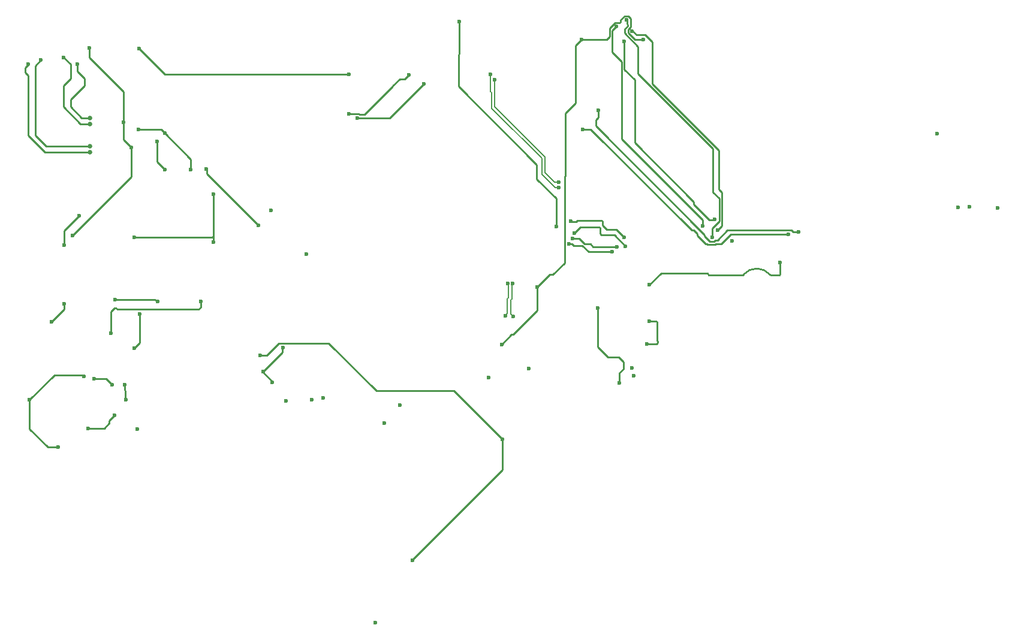
<source format=gbr>
%TF.GenerationSoftware,Altium Limited,Altium Designer,25.8.1 (18)*%
G04 Layer_Physical_Order=4*
G04 Layer_Color=16440176*
%FSLAX45Y45*%
%MOMM*%
%TF.SameCoordinates,C91546C2-10F2-4142-A55A-9FF34A01A7B4*%
%TF.FilePolarity,Positive*%
%TF.FileFunction,Copper,L4,Inr,Signal*%
%TF.Part,Single*%
G01*
G75*
%TA.AperFunction,Conductor*%
%ADD134C,0.25400*%
%TA.AperFunction,ComponentPad*%
%ADD151C,0.65000*%
%TA.AperFunction,ViaPad*%
%ADD164C,0.60000*%
%TA.AperFunction,Conductor*%
%ADD165C,0.16725*%
D134*
X12799533Y8725611D02*
G03*
X12802773Y8728807I-16145J19609D01*
G01*
X13178833Y8728750D02*
G03*
X12802773Y8728807I-188053J-158079D01*
G01*
X13178833Y8728750D02*
G03*
X13182027Y8725610I19338J16469D01*
G01*
X5140000Y8270000D02*
Y8350000D01*
X5110000Y8240000D02*
X5140000Y8270000D01*
X3940521Y8259479D02*
X3960000Y8240000D01*
X3919479Y8259479D02*
X3940521D01*
X3960000Y8240000D02*
X5110000D01*
X3870000Y8210000D02*
X3919479Y8259479D01*
X3870000Y7900000D02*
Y8210000D01*
X6291252Y7691252D02*
X6300000Y7700000D01*
X6291252Y7631252D02*
Y7691252D01*
X6020000Y7360000D02*
X6291252Y7631252D01*
X6150000Y7210000D02*
Y7220000D01*
X6020000Y7350000D02*
X6150000Y7220000D01*
X6020000Y7350000D02*
Y7360000D01*
X8785860Y11845728D02*
Y12303760D01*
X8778200Y11389400D02*
Y11838069D01*
X8785860Y11845728D01*
X11034246Y12290606D02*
X11055288D01*
X11033972Y12290880D02*
X11034246Y12290606D01*
X10876280Y12054840D02*
X10911540Y12090100D01*
X11055288Y12290606D02*
X11070167Y12305485D01*
X10987828Y12290880D02*
X11033972D01*
X11070167Y12305485D02*
Y12327498D01*
X10911540Y12214592D02*
X10987828Y12290880D01*
X10520680Y12054840D02*
X10876280D01*
X10911540Y12090100D02*
Y12214592D01*
X11070167Y12327498D02*
X11127528Y12384860D01*
X11175744Y12193645D02*
X11207392Y12225293D01*
X11127528Y12384860D02*
X11173672D01*
X11207392Y12225293D02*
Y12351139D01*
X11268406Y12054840D02*
X11389360D01*
X11175744Y12147502D02*
X11268406Y12054840D01*
X11240092Y12170573D02*
X11292902Y12117763D01*
X11127440Y12141500D02*
Y12199647D01*
X11175744Y12147502D02*
Y12193645D01*
X11315700Y11569700D02*
Y11953240D01*
X11127440Y12141500D02*
X11315700Y11953240D01*
X11173672Y12384860D02*
X11207392Y12351139D01*
X11231444Y12170573D02*
X11240092D01*
X11292902Y12117763D02*
X11413071D01*
X4628700Y11561260D02*
X7231157Y11558657D01*
X4267200Y11922760D02*
X4628700Y11561260D01*
X8778200Y11389400D02*
X9884982Y10282618D01*
Y10079418D02*
Y10282618D01*
Y10079418D02*
X10160000Y9804400D01*
X10349500Y9160240D02*
X10382520D01*
X10403840Y9138920D02*
X10528300D01*
X10342880Y9166860D02*
X10349500Y9160240D01*
X10382520D02*
X10403840Y9138920D01*
X10392787Y9237980D02*
X10483546D01*
X10391874Y9237067D02*
X10392787Y9237980D01*
X3849460Y6628220D02*
Y6666320D01*
X3924300Y6741160D01*
X3781240Y6560000D02*
X3849460Y6628220D01*
X3550000Y6560000D02*
X3781240D01*
X12783388Y8719820D02*
X12792500Y8719820D01*
X13198170Y8719820D02*
X13307420D01*
X12323053D02*
X12783388D01*
X13182027Y8725610D02*
X13189059Y8719820D01*
X12792500D02*
X12799533Y8725611D01*
X13189059Y8719820D02*
X13198170Y8719820D01*
X13322301Y8734699D02*
Y8902700D01*
X13314861Y8727259D02*
X13322301Y8734699D01*
X12292573Y8750300D02*
X12315613Y8727259D01*
X13307420Y8719820D02*
X13314861Y8727259D01*
X12315613Y8727259D02*
X12323053Y8719820D01*
X11641068Y8750300D02*
X12292573D01*
X11150600Y12329160D02*
X11159348Y12320412D01*
X10949940Y12174220D02*
X11010900Y12235180D01*
X11127440Y12199647D02*
X11168992Y12241199D01*
X11267740Y10594040D02*
Y11481770D01*
Y10594040D02*
X12103983Y9757797D01*
X11120120Y11629390D02*
X11267740Y11481770D01*
X10287000Y10124440D02*
Y11005820D01*
X10432080Y11150900D01*
X10279380Y10116820D02*
X10287000Y10124440D01*
X10432080Y11150900D02*
Y11966240D01*
X10279380Y8895080D02*
Y10116820D01*
X10751820Y10948834D02*
Y11049000D01*
X10718800Y10828020D02*
Y10915814D01*
X10751820Y10948834D01*
X10718800Y10828020D02*
X12252960Y9293860D01*
X11476763Y8585995D02*
X11641068Y8750300D01*
X10069124Y8728004D02*
X10112304D01*
X9550890Y7882078D02*
X9893300Y8224489D01*
Y8552180D01*
X10069124Y8728004D01*
X10112304D02*
X10279380Y8895080D01*
X7233920Y10998200D02*
X7236760Y11001040D01*
X7373595D01*
X7378975Y10995660D01*
X7449820D01*
X7848600Y11394440D01*
Y11394715D01*
X7948079Y11494193D01*
X8016933D01*
X8077200Y11554460D01*
X12453620Y9934259D02*
Y10486086D01*
X11516060Y11423646D02*
Y12014775D01*
X11315700Y11569700D02*
X12374880Y10510520D01*
X11516060Y11423646D02*
X12453620Y10486086D01*
X12374880Y9895676D02*
Y10510520D01*
X12453620Y9934259D02*
X12499940Y9887939D01*
Y9416380D02*
Y9887939D01*
X7807960Y10939780D02*
X8293100Y11424920D01*
X7348220Y10939780D02*
X7807960D01*
X10483546Y9237980D02*
X10557626Y9163900D01*
X10363200Y9489440D02*
X10373360Y9479280D01*
X10436860D01*
X10454640Y9497060D01*
X10800441D01*
X10815320Y9482181D01*
Y9423400D02*
Y9482181D01*
Y9423400D02*
X10873740Y9364980D01*
X11005820D01*
X11115040Y9255760D01*
X10416540Y9319260D02*
X10497820Y9400540D01*
X10767421D01*
X10782300Y9385661D01*
Y9303659D02*
Y9385661D01*
Y9303659D02*
X10797179Y9288780D01*
X10980420D01*
X11135360Y9133840D01*
X10557626Y9163900D02*
X10640480D01*
X10681920Y9122460D01*
X11014660D01*
X10528300Y9138920D02*
X10617200Y9050020D01*
X10952480D01*
X13506776Y9331960D02*
X13583920D01*
X13478537Y9360200D02*
X13506776Y9331960D01*
X12616480Y9360200D02*
X13478537D01*
X12613640Y9357360D02*
X12616480Y9360200D01*
X12578080Y9357360D02*
X12613640D01*
X12435840Y9215120D02*
X12578080Y9357360D01*
X12408175Y9215120D02*
X12435840D01*
X12390095Y9197040D02*
X12408175Y9215120D01*
X12326559Y9197040D02*
X12390095D01*
X12303760Y9219839D02*
X12326559Y9197040D01*
X12303760Y9219839D02*
Y9220200D01*
X12252960Y9271000D02*
X12303760Y9220200D01*
X12252960Y9271000D02*
Y9293860D01*
X12414220Y9166860D02*
X12491720D01*
X12296074Y9158640D02*
X12406000D01*
X12414220Y9166860D01*
X12287854D02*
X12296074Y9158640D01*
X12265660Y9166860D02*
X12287854D01*
X12364720Y9258300D02*
Y9385025D01*
X11081720Y10647980D02*
X12230100Y9499600D01*
X11081720Y10647980D02*
Y11737640D01*
X12230100Y9415780D02*
Y9499600D01*
X12323114Y9503106D02*
X12396166D01*
X12103983Y9722237D02*
Y9757797D01*
Y9722237D02*
X12323114Y9503106D01*
X12374880Y9895676D02*
X12461540Y9809016D01*
X12396166Y9503106D02*
X12400280Y9507220D01*
X12461540Y9481845D02*
Y9809016D01*
X12438380Y9354820D02*
X12499940Y9416380D01*
X12364720Y9385025D02*
X12461540Y9481845D01*
X10647680Y10784840D02*
X12075910Y9356610D01*
X12104186D01*
X12151459Y9281061D02*
Y9309336D01*
X10530840Y10784840D02*
X10647680D01*
X12151459Y9281061D02*
X12265660Y9166860D01*
X12104186Y9356610D02*
X12151459Y9309336D01*
X12491720Y9166860D02*
X12623800Y9298940D01*
X13439140D01*
X10160000Y9408160D02*
Y9804400D01*
X11168992Y12241199D02*
Y12262241D01*
X11159348Y12271885D02*
Y12320412D01*
Y12271885D02*
X11168992Y12262241D01*
X11120120Y11629390D02*
Y12021820D01*
X11413071Y12117763D02*
X11516060Y12014775D01*
X10949940Y11869420D02*
X11081720Y11737640D01*
X10949940Y11869420D02*
Y12174220D01*
X10432080Y11966240D02*
X10520680Y12054840D01*
X6941476Y7761260D02*
X7617732Y7085004D01*
X8714996D01*
X5980000Y7590000D02*
X6071739D01*
X6242999Y7761260D01*
X6941476D01*
X8714996Y7085004D02*
X9400000Y6400000D01*
Y5970000D02*
Y6400000D01*
X8120000Y4690000D02*
X9400000Y5970000D01*
X9387840Y7744460D02*
X9525458Y7882078D01*
X9550890D01*
X2661600Y11584094D02*
Y11653843D01*
X2704680Y11696923D01*
Y11700000D01*
X2720000Y6550000D02*
Y6960000D01*
X3071260Y7311260D01*
X11574780Y7752080D02*
X11589659Y7766959D01*
X11440160Y7752080D02*
X11574780D01*
X11587480Y7790180D02*
X11589659Y7788001D01*
Y7766959D02*
Y7788001D01*
X11470640Y8069580D02*
X11572601D01*
X11587480Y8054701D01*
Y7790180D02*
Y8054701D01*
X10746740Y7703820D02*
Y8255000D01*
Y7703820D02*
X10886440Y7564120D01*
X11041380D01*
X11112500Y7493000D01*
Y7401560D02*
Y7493000D01*
X11046460Y7335520D02*
X11112500Y7401560D01*
X11046460Y7200900D02*
Y7335520D01*
X3570000Y11796757D02*
Y11930000D01*
Y11796757D02*
X4051260Y11315497D01*
Y11051260D02*
Y11315497D01*
X4050000Y11050000D02*
X4051260Y11051260D01*
X4050000Y10880000D02*
Y11050000D01*
X5220000Y10220000D02*
X5228748Y10211252D01*
X4050000Y10640000D02*
Y10880000D01*
Y10640000D02*
X4160000Y10530000D01*
X5228748Y10151252D02*
Y10211252D01*
Y10151252D02*
X5950000Y9430000D01*
X4160000Y10110000D02*
Y10530000D01*
X3330000Y9280000D02*
X4160000Y10110000D01*
X2800000Y11680000D02*
X2880000Y11760000D01*
X2800000Y10700000D02*
Y11680000D01*
X3630000Y7260000D02*
X3800000D01*
X3890000Y7170000D01*
X2720000Y6550000D02*
X2980400Y6289600D01*
X3128540D01*
X3071260Y7311260D02*
X3459377D01*
X3480637Y7290000D01*
X3490000D01*
X4075000Y6965000D02*
X4080000Y6960000D01*
X4066900Y7100400D02*
X4075000Y7092300D01*
X4066900Y7100400D02*
Y7173100D01*
X4075000Y6965000D02*
Y7092300D01*
X3210000Y9350000D02*
X3420000Y9560000D01*
X4519284Y8350000D02*
X4530000D01*
X4489284Y8380000D02*
X4519284Y8350000D01*
X3930000Y8380000D02*
X4489284D01*
X4200000Y7690000D02*
X4280000Y7770000D01*
Y8170000D01*
X3030000Y8060000D02*
X3210000Y8240000D01*
Y8320000D01*
Y9150000D02*
Y9350000D01*
X4200000Y9260000D02*
X5300000D01*
X5320000Y9280000D01*
Y9870000D01*
Y9190000D02*
Y9280000D01*
X5000000Y10210000D02*
Y10360000D01*
X4520000Y10320000D02*
X4630000Y10210000D01*
X4520000Y10320000D02*
Y10610000D01*
X4630000Y10730000D02*
X5000000Y10360000D01*
X3300000Y11100000D02*
Y11200000D01*
Y11100000D02*
X3460000Y10940000D01*
X3573000D01*
X4580000Y10780000D02*
X4630000Y10730000D01*
X4260000Y10780000D02*
X4580000D01*
X3200000Y11800000D02*
X3300000Y11700000D01*
Y11500000D02*
Y11700000D01*
X3400000Y11600000D02*
Y11700000D01*
Y11600000D02*
X3500000Y11500000D01*
X2661600Y11584094D02*
X2700000Y11545694D01*
Y10700000D02*
Y11545694D01*
Y10700000D02*
X2940000Y10460000D01*
X2800000Y10700000D02*
X2960000Y10540000D01*
X3573000D01*
X2940000Y10460000D02*
X3573000D01*
X3200000Y11400000D02*
X3300000Y11500000D01*
X3200000Y11100000D02*
Y11400000D01*
Y11100000D02*
X3440000Y10860000D01*
X3573000D01*
X3500000Y11400000D02*
Y11500000D01*
X3300000Y11200000D02*
X3500000Y11400000D01*
D151*
X3573000Y10860000D02*
D03*
Y10940000D02*
D03*
Y10460000D02*
D03*
Y10540000D02*
D03*
D164*
X15534641Y10721340D02*
D03*
X5140000Y8350000D02*
D03*
X6300000Y7700000D02*
D03*
X3870000Y7900000D02*
D03*
X6020000Y7360000D02*
D03*
X6150000Y7210000D02*
D03*
X16393159Y9674860D02*
D03*
X15994380Y9687560D02*
D03*
X15831821Y9677400D02*
D03*
X12639040Y9204960D02*
D03*
X11249660Y7297420D02*
D03*
X11224260Y7411720D02*
D03*
X6129020Y9641840D02*
D03*
X6631940Y9019540D02*
D03*
X9207500Y7272020D02*
D03*
X7955280Y6883400D02*
D03*
X7607300Y3812540D02*
D03*
X6868160Y6985000D02*
D03*
X6710680Y6962140D02*
D03*
X6339840Y6949440D02*
D03*
X4239260Y6550660D02*
D03*
X8785860Y12303760D02*
D03*
X7734300Y6631940D02*
D03*
X11231444Y12170573D02*
D03*
X9544575Y8604541D02*
D03*
X9471660Y8608060D02*
D03*
X7231157Y11558657D02*
D03*
X9768840Y7404100D02*
D03*
X10195560Y10038080D02*
D03*
X10198100Y9959340D02*
D03*
X10342880Y9166860D02*
D03*
X10391874Y9237067D02*
D03*
X3924300Y6741160D02*
D03*
X11150600Y12329160D02*
D03*
X11010900Y12235180D02*
D03*
X9438640Y8145780D02*
D03*
X9550400Y8143240D02*
D03*
X9232900Y11557000D02*
D03*
X9291320Y11483340D02*
D03*
X10751820Y11049000D02*
D03*
X11476763Y8585995D02*
D03*
X13322301Y8902700D02*
D03*
X9893300Y8552180D02*
D03*
X7233920Y10998200D02*
D03*
X8077200Y11554460D02*
D03*
X10416540Y9319260D02*
D03*
X10363200Y9489440D02*
D03*
X10952480Y9050020D02*
D03*
X11014660Y9122460D02*
D03*
X11135360Y9133840D02*
D03*
X11115040Y9255760D02*
D03*
X7348220Y10939780D02*
D03*
X12364720Y9258300D02*
D03*
X12400280Y9507220D02*
D03*
X10530840Y10784840D02*
D03*
X13439140Y9298940D02*
D03*
X13583920Y9331960D02*
D03*
X10160000Y9408160D02*
D03*
X11120120Y12021820D02*
D03*
X12438380Y9354820D02*
D03*
X12230100Y9415780D02*
D03*
X5980000Y7590000D02*
D03*
X8130617Y4690000D02*
D03*
X9400000Y6400000D02*
D03*
X8293100Y11424920D02*
D03*
X10520680Y12054840D02*
D03*
X11389360D02*
D03*
X9387840Y7744460D02*
D03*
X4267200Y11922760D02*
D03*
X2704680Y11700000D02*
D03*
X2720000Y6960000D02*
D03*
X11440160Y7752080D02*
D03*
X11470640Y8069580D02*
D03*
X11046460Y7200900D02*
D03*
X10746740Y8255000D02*
D03*
X3570000Y11930000D02*
D03*
X4160000Y10530000D02*
D03*
X4050000Y10880000D02*
D03*
X5220000Y10220000D02*
D03*
X5950000Y9430000D02*
D03*
X3330000Y9280000D02*
D03*
X2880000Y11760000D02*
D03*
X3630000Y7260000D02*
D03*
X3550000Y6560000D02*
D03*
X3890000Y7170000D02*
D03*
X3128540Y6289600D02*
D03*
X3490000Y7290000D02*
D03*
X4080000Y6960000D02*
D03*
X4066900Y7173100D02*
D03*
X3420000Y9560000D02*
D03*
X4530000Y8350000D02*
D03*
X3930000Y8380000D02*
D03*
X4200000Y7690000D02*
D03*
X4280000Y8170000D02*
D03*
X3030000Y8060000D02*
D03*
X3210000Y8320000D02*
D03*
Y9150000D02*
D03*
X5320000Y9190000D02*
D03*
X4200000Y9260000D02*
D03*
X5320000Y9870000D02*
D03*
X5000000Y10210000D02*
D03*
X4630000D02*
D03*
X4520000Y10610000D02*
D03*
X4630000Y10730000D02*
D03*
X4260000Y10780000D02*
D03*
X3400000Y11700000D02*
D03*
X3200000Y11800000D02*
D03*
D165*
X9438640Y8145780D02*
X9439723D01*
X9531480Y8579735D02*
X9544575Y8592830D01*
X9484755Y8405566D02*
Y8583255D01*
X9471158Y8177215D02*
Y8391969D01*
X9517882Y8372615D02*
X9531480Y8386212D01*
X9471660Y8596350D02*
Y8608060D01*
X9517882Y8174675D02*
Y8372615D01*
X9531480Y8386212D02*
Y8579735D01*
X9544575Y8592830D02*
Y8604541D01*
X9439723Y8145780D02*
X9471158Y8177215D01*
X9549317Y8143240D02*
X9550400D01*
X9471158Y8391969D02*
X9484755Y8405566D01*
X9471660Y8596350D02*
X9484755Y8583255D01*
X9517882Y8174675D02*
X9549317Y8143240D01*
X10143013Y9959531D02*
X10197909D01*
X9954375Y10148169D02*
X10143013Y9959531D01*
X10001099Y10167523D02*
X10132110Y10036513D01*
X10193993D01*
X10197909Y9959531D02*
X10198100Y9959340D01*
X10193993Y10036513D02*
X10195560Y10038080D01*
X9244595Y11080396D02*
X9954375Y10370617D01*
X9291320Y11099750D02*
X10001099Y10389971D01*
Y10167523D02*
Y10389971D01*
X9954375Y10148169D02*
Y10370617D01*
X9244595Y11080396D02*
Y11301426D01*
X9232900Y11313121D02*
Y11557000D01*
Y11313121D02*
X9244595Y11301426D01*
X9291320Y11099750D02*
Y11483340D01*
%TF.MD5,444f956f5fb0f23e1cbc0dfd49d4e868*%
M02*

</source>
